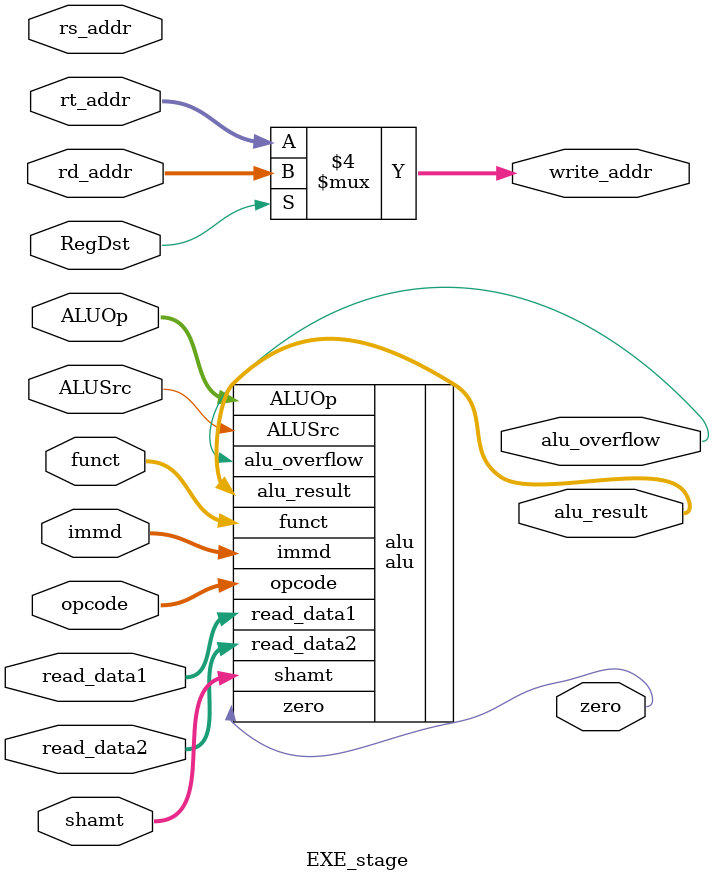
<source format=v>
module EXE_stage(
  // input
  // input                en_exe,
  input                RegDst,
  input signed [31:0]  read_data1,
  input signed [31:0]  read_data2,
  input [5:0]          opcode,
  input [4:0]          rd_addr,
  input [4:0]          rs_addr,
  input [4:0]          rt_addr,
  input [4:0]          shamt,
  input [5:0]          funct,
  input signed [31:0]  immd, //input signed extension immediate[15:0]
  input [1:0]          ALUOp,
  input                ALUSrc,
  // output
  output reg [4:0]     write_addr,
  output signed [31:0] alu_result,
  output               alu_overflow,
  output               zero
);

always@(*) begin
  if(RegDst==1'b1) begin
    write_addr = rd_addr;
  end
  else begin
    write_addr = rt_addr;
  end
end

alu alu(
  // input
  .read_data1(read_data1),
  .read_data2(read_data2),
  .immd(immd),
  .opcode(opcode),
  .funct(funct),
  .shamt(shamt),
  .ALUOp(ALUOp),
  .ALUSrc(ALUSrc),
  // output
  .alu_result(alu_result),
  .alu_overflow(alu_overflow),
  .zero(zero)
);

endmodule

</source>
